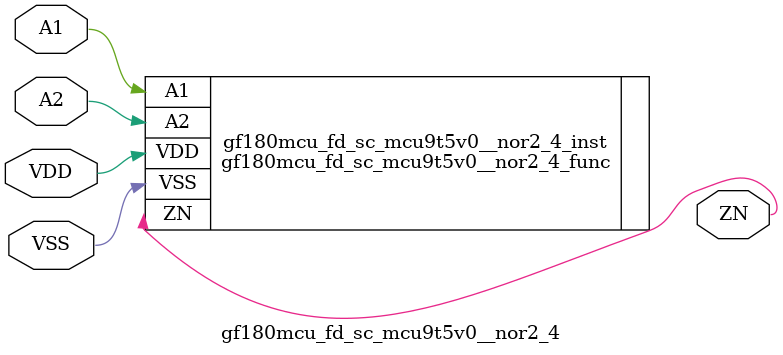
<source format=v>

module gf180mcu_fd_sc_mcu9t5v0__nor2_4( ZN, A2, A1, VDD, VSS );
input A1, A2;
inout VDD, VSS;
output ZN;

   `ifdef FUNCTIONAL  //  functional //

	gf180mcu_fd_sc_mcu9t5v0__nor2_4_func gf180mcu_fd_sc_mcu9t5v0__nor2_4_behav_inst(.ZN(ZN),.A2(A2),.A1(A1),.VDD(VDD),.VSS(VSS));

   `else

	gf180mcu_fd_sc_mcu9t5v0__nor2_4_func gf180mcu_fd_sc_mcu9t5v0__nor2_4_inst(.ZN(ZN),.A2(A2),.A1(A1),.VDD(VDD),.VSS(VSS));

	// spec_gates_begin


	// spec_gates_end



   specify

	// specify_block_begin

	// comb arc A1 --> ZN
	 (A1 => ZN) = (1.0,1.0);

	// comb arc A2 --> ZN
	 (A2 => ZN) = (1.0,1.0);

	// specify_block_end

   endspecify

   `endif

endmodule

</source>
